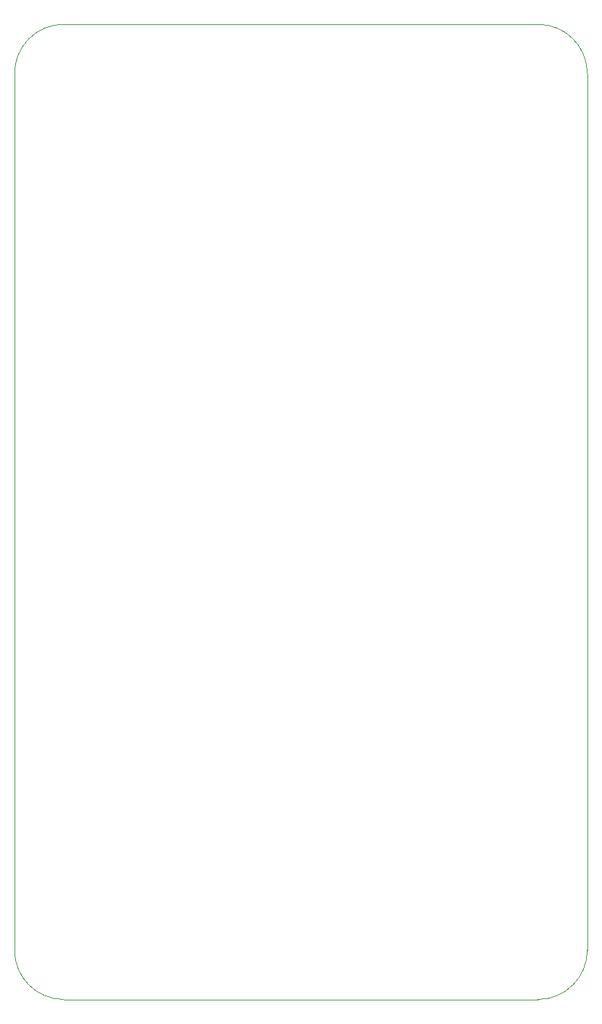
<source format=gm1>
G04 #@! TF.GenerationSoftware,KiCad,Pcbnew,8.0.6+dfsg-1*
G04 #@! TF.CreationDate,2024-11-21T19:14:52-08:00*
G04 #@! TF.ProjectId,digits,64696769-7473-42e6-9b69-6361645f7063,rev?*
G04 #@! TF.SameCoordinates,Original*
G04 #@! TF.FileFunction,Profile,NP*
%FSLAX46Y46*%
G04 Gerber Fmt 4.6, Leading zero omitted, Abs format (unit mm)*
G04 Created by KiCad (PCBNEW 8.0.6+dfsg-1) date 2024-11-21 19:14:52*
%MOMM*%
%LPD*%
G01*
G04 APERTURE LIST*
G04 #@! TA.AperFunction,Profile*
%ADD10C,0.050000*%
G04 #@! TD*
G04 APERTURE END LIST*
D10*
X118000000Y-144000000D02*
G75*
G02*
X112000000Y-138000000I0J6000000D01*
G01*
X176000000Y-25000000D02*
G75*
G02*
X182000000Y-31000000I0J-6000000D01*
G01*
X112000000Y-31000000D02*
G75*
G02*
X118000000Y-25000000I6000000J0D01*
G01*
X118000000Y-25000000D02*
X176000000Y-25000000D01*
X182000000Y-31000000D02*
X182000000Y-138000000D01*
X182000000Y-138000000D02*
G75*
G02*
X176000000Y-144000000I-6000000J0D01*
G01*
X112000000Y-31000000D02*
X112000000Y-138000000D01*
X118000000Y-144000000D02*
X176000000Y-144000000D01*
M02*

</source>
